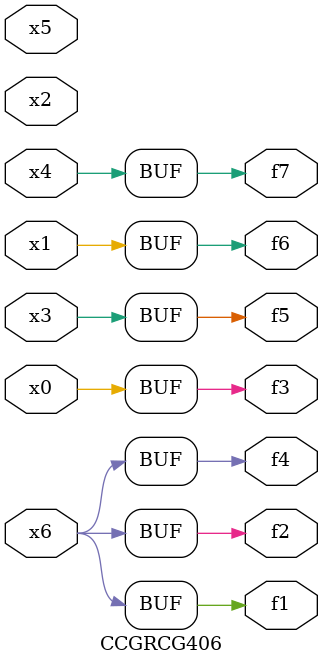
<source format=v>
module CCGRCG406(
	input x0, x1, x2, x3, x4, x5, x6,
	output f1, f2, f3, f4, f5, f6, f7
);
	assign f1 = x6;
	assign f2 = x6;
	assign f3 = x0;
	assign f4 = x6;
	assign f5 = x3;
	assign f6 = x1;
	assign f7 = x4;
endmodule

</source>
